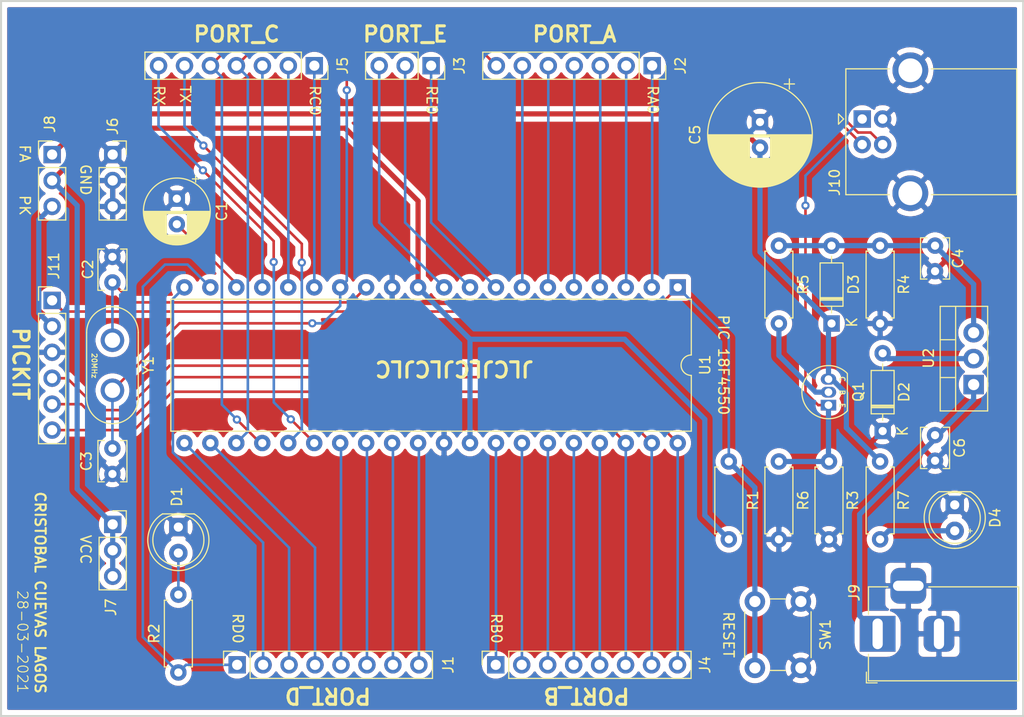
<source format=kicad_pcb>
(kicad_pcb (version 20211014) (generator pcbnew)
  (layers (0 "F.Cu" signal) (31 "B.Cu" signal) (34 "B.Paste" user) (35 "F.Paste" user) (36 "B.SilkS" user "B.Silkscreen") (37 "F.SilkS" user "F.Silkscreen") (38 "B.Mask" user) (39 "F.Mask" user) (44 "Edge.Cuts" user))
  (net 0 "")
  (net 1 "GND")
  (net 2 "Net-(C1-Pad2)")
  (net 3 "/OS1")
  (net 4 "Net-(C4-Pad1)")
  (net 5 "/VC")
  (net 6 "Net-(D1-Pad2)")
  (net 7 "Net-(D2-Pad2)")
  (net 8 "Net-(D4-Pad2)")
  (net 9 "/RD0")
  (net 10 "/RD1")
  (net 11 "/RD2")
  (net 12 "/RD3")
  (net 13 "/RD4")
  (net 14 "/RD5")
  (net 15 "/RD6")
  (net 16 "/RD7")
  (net 17 "/OS2")
  (net 18 "/RA5")
  (net 19 "/RA4")
  (net 20 "/RA3")
  (net 21 "/RA2")
  (net 22 "/RA1")
  (net 23 "/RA0")
  (net 24 "/RE2")
  (net 25 "/RE1")
  (net 26 "/RE0")
  (net 27 "/RB7")
  (net 28 "/RB6")
  (net 29 "/RB5")
  (net 30 "/RB4")
  (net 31 "/RB3")
  (net 32 "/RB2")
  (net 33 "/RB1")
  (net 34 "/RB0")
  (net 35 "/RC0")
  (net 36 "/RC1")
  (net 37 "/RC2")
  (net 38 "/RC4")
  (net 39 "/RC5")
  (net 40 "/RC6")
  (net 41 "/RC7")
  (net 42 "VCC")
  (net 43 "/V+")
  (net 44 "/VUSB")
  (net 45 "/MCLR")
  (net 46 "Net-(Q1-Pad2)")
  (net 47 "Net-(C6-Pad1)")
  (footprint "Capacitor_THT:C_Disc_D3.8mm_W2.6mm_P2.50mm" (layer "F.Cu") (at 190.8 105.775 -90)
    (fp_text reference "C6" (at 1.25 -2.4 90) (layer "F.SilkS"))
    (fp_text value "330n")
    (pad "1" thru_hole circle (at 0 0 270) (size 1.6 1.6) (drill 0.8) (layers *.Cu *.Mask) (net 47 "Net-(C6-Pad1)"))
    (pad "2" thru_hole circle (at 2.5 0 270) (size 1.6 1.6) (drill 0.8) (layers *.Cu *.Mask) (net 1 "GND"))
  )
  (footprint "Connector_PinHeader_2.54mm:PinHeader_1x06_P2.54mm_Vertical" (layer "F.Cu") (at 104.425 92.5825)
    (fp_text reference "J11" (at 0.175 -3.3825 270) (layer "F.SilkS"))
    (fp_text value "PICKIT")
    (pad "1" thru_hole rect (at 0 0) (size 1.7 1.7) (drill 1) (layers *.Cu *.Mask) (net 45 "/MCLR"))
    (pad "2" thru_hole oval (at 0 2.54) (size 1.7 1.7) (drill 1) (layers *.Cu *.Mask) (net 43 "/V+"))
    (pad "3" thru_hole oval (at 0 5.08) (size 1.7 1.7) (drill 1) (layers *.Cu *.Mask) (net 1 "GND"))
    (pad "4" thru_hole oval (at 0 7.62) (size 1.7 1.7) (drill 1) (layers *.Cu *.Mask) (net 27 "/RB7"))
    (pad "5" thru_hole oval (at 0 10.16) (size 1.7 1.7) (drill 1) (layers *.Cu *.Mask) (net 28 "/RB6"))
    (pad "6" thru_hole oval (at 0 12.7) (size 1.7 1.7) (drill 1) (layers *.Cu *.Mask) (net 29 "/RB5"))
  )
  (footprint "Capacitor_THT:CP_Radial_D6.3mm_P2.50mm" (layer "F.Cu") (at 116.625 82.625 -90)
    (fp_text reference "C1" (at 1.25 -4.4 90) (layer "F.SilkS"))
    (fp_text value "47u")
    (pad "1" thru_hole rect (at 0 0 270) (size 1.6 1.6) (drill 0.8) (layers *.Cu *.Mask) (net 1 "GND"))
    (pad "2" thru_hole circle (at 2.5 0 270) (size 1.6 1.6) (drill 0.8) (layers *.Cu *.Mask) (net 2 "Net-(C1-Pad2)"))
  )
  (footprint "Capacitor_THT:C_Disc_D3.8mm_W2.6mm_P2.50mm" (layer "F.Cu") (at 110.325 90.825 90)
    (fp_text reference "C2" (at 1.275 -2.4 90) (layer "F.SilkS"))
    (fp_text value "15p")
    (pad "1" thru_hole circle (at 0 0 90) (size 1.6 1.6) (drill 0.8) (layers *.Cu *.Mask) (net 3 "/OS1"))
    (pad "2" thru_hole circle (at 2.5 0 90) (size 1.6 1.6) (drill 0.8) (layers *.Cu *.Mask) (net 1 "GND"))
  )
  (footprint "Capacitor_THT:C_Disc_D3.8mm_W2.6mm_P2.50mm" (layer "F.Cu") (at 110.325 107.075 -90)
    (fp_text reference "C3" (at 1.25 2.55 90) (layer "F.SilkS"))
    (fp_text value "15p")
    (pad "1" thru_hole circle (at 0 0 270) (size 1.6 1.6) (drill 0.8) (layers *.Cu *.Mask) (net 17 "/OS2"))
    (pad "2" thru_hole circle (at 2.5 0 270) (size 1.6 1.6) (drill 0.8) (layers *.Cu *.Mask) (net 1 "GND"))
  )
  (footprint "Capacitor_THT:C_Disc_D3.8mm_W2.6mm_P2.50mm" (layer "F.Cu") (at 190.8 87.225 -90)
    (fp_text reference "C4" (at 1.25 -2.25 90) (layer "F.SilkS"))
    (fp_text value "100n")
    (pad "1" thru_hole circle (at 0 0 270) (size 1.6 1.6) (drill 0.8) (layers *.Cu *.Mask) (net 4 "Net-(C4-Pad1)"))
    (pad "2" thru_hole circle (at 2.5 0 270) (size 1.6 1.6) (drill 0.8) (layers *.Cu *.Mask) (net 1 "GND"))
  )
  (footprint "Capacitor_THT:CP_Radial_D10.0mm_P2.50mm" (layer "F.Cu") (at 173.675 75.125 -90)
    (fp_text reference "C5" (at 1.25 6.35 90) (layer "F.SilkS"))
    (fp_text value "220u")
    (pad "1" thru_hole rect (at 0 0 270) (size 1.6 1.6) (drill 0.8) (layers *.Cu *.Mask) (net 1 "GND"))
    (pad "2" thru_hole circle (at 2.5 0 270) (size 1.6 1.6) (drill 0.8) (layers *.Cu *.Mask) (net 5 "/VC"))
  )
  (footprint "LED_THT:LED_D5.0mm" (layer "F.Cu") (at 116.775 114.775 -90)
    (fp_text reference "D1" (at -2.975 0.15 90) (layer "F.SilkS"))
    (fp_text value "LED")
    (pad "1" thru_hole rect (at 0 0 270) (size 1.8 1.8) (drill 0.9) (layers *.Cu *.Mask) (net 1 "GND"))
    (pad "2" thru_hole circle (at 2.54 0 270) (size 1.8 1.8) (drill 0.9) (layers *.Cu *.Mask) (net 6 "Net-(D1-Pad2)"))
  )
  (footprint "Diode_THT:D_DO-35_SOD27_P7.62mm_Horizontal" (layer "F.Cu") (at 185.675 105.375 90)
    (fp_text reference "D2" (at 3.81 2.1 90) (layer "F.SilkS"))
    (fp_text value "1N4148")
    (fp_text user "K" (at 0 1.95 90) (layer "F.SilkS"))
    (pad "1" thru_hole rect (at 0 0 90) (size 1.6 1.6) (drill 0.8) (layers *.Cu *.Mask) (net 1 "GND"))
    (pad "2" thru_hole oval (at 7.62 0 90) (size 1.6 1.6) (drill 0.8) (layers *.Cu *.Mask) (net 7 "Net-(D2-Pad2)"))
  )
  (footprint "LED_THT:LED_D5.0mm" (layer "F.Cu") (at 192.725 112.6 -90)
    (fp_text reference "D4" (at 1.27 -3.96 90) (layer "F.SilkS"))
    (fp_text value "LED")
    (pad "1" thru_hole rect (at 0 0 270) (size 1.8 1.8) (drill 0.9) (layers *.Cu *.Mask) (net 1 "GND"))
    (pad "2" thru_hole circle (at 2.54 0 270) (size 1.8 1.8) (drill 0.9) (layers *.Cu *.Mask) (net 8 "Net-(D4-Pad2)"))
  )
  (footprint "Connector_PinSocket_2.54mm:PinSocket_1x03_P2.54mm_Vertical" (layer "F.Cu") (at 110.35 78.30625)
    (fp_text reference "J6" (at 0 -2.77 270) (layer "F.SilkS"))
    (fp_text value "GND")
    (pad "1" thru_hole rect (at 0 0) (size 1.7 1.7) (drill 1) (layers *.Cu *.Mask) (net 1 "GND"))
    (pad "2" thru_hole oval (at 0 2.54) (size 1.7 1.7) (drill 1) (layers *.Cu *.Mask) (net 1 "GND"))
    (pad "3" thru_hole oval (at 0 5.08) (size 1.7 1.7) (drill 1) (layers *.Cu *.Mask) (net 1 "GND"))
  )
  (footprint "Connector_PinSocket_2.54mm:PinSocket_1x03_P2.54mm_Vertical" (layer "F.Cu") (at 110.35 114.50875)
    (fp_text reference "J7" (at -0.175 8.11625 270) (layer "F.SilkS"))
    (fp_text value "VOL")
    (pad "1" thru_hole rect (at 0 0) (size 1.7 1.7) (drill 1) (layers *.Cu *.Mask) (net 42 "VCC"))
    (pad "2" thru_hole oval (at 0 2.54) (size 1.7 1.7) (drill 1) (layers *.Cu *.Mask) (net 42 "VCC"))
    (pad "3" thru_hole oval (at 0 5.08) (size 1.7 1.7) (drill 1) (layers *.Cu *.Mask) (net 42 "VCC"))
  )
  (footprint "Connector_PinHeader_2.54mm:PinHeader_1x03_P2.54mm_Vertical" (layer "F.Cu") (at 104.425 78.30625)
    (fp_text reference "J8" (at -0.225 -2.98125 270) (layer "F.SilkS"))
    (fp_text value "VOLT")
    (pad "1" thru_hole rect (at 0 0) (size 1.7 1.7) (drill 1) (layers *.Cu *.Mask) (net 5 "/VC"))
    (pad "2" thru_hole oval (at 0 2.54) (size 1.7 1.7) (drill 1) (layers *.Cu *.Mask) (net 42 "VCC"))
    (pad "3" thru_hole oval (at 0 5.08) (size 1.7 1.7) (drill 1) (layers *.Cu *.Mask) (net 43 "/V+"))
  )
  (footprint "Connector_BarrelJack:BarrelJack_Horizontal" (layer "F.Cu") (at 185.185 125.225 180)
    (fp_text reference "J9" (at 2.285 4.025 270) (layer "F.SilkS"))
    (fp_text value "JACK")
    (pad "1" thru_hole rect (at 0 0 180) (size 3.5 3.5) (drill oval 1 3) (layers *.Cu *.Mask) (net 47 "Net-(C6-Pad1)"))
    (pad "2" thru_hole roundrect (at -6 0 180) (size 3 3.5) (drill oval 1 3) (layers *.Cu *.Mask) (net 1 "GND"))
    (pad "3" thru_hole roundrect (at -3 4.7 180) (size 3.5 3.5) (drill oval 3 1) (layers *.Cu *.Mask) (net 1 "GND"))
  )
  (footprint "Connector_USB:USB_B_OST_USB-B1HSxx_Horizontal" (layer "F.Cu") (at 183.675 74.825)
    (fp_text reference "J10" (at -2.7 6.2 270) (layer "F.SilkS"))
    (fp_text value "USB_B")
    (pad "1" thru_hole rect (at 0 0) (size 1.7 1.7) (drill 0.92) (layers *.Cu *.Mask) (net 44 "/VUSB"))
    (pad "2" thru_hole circle (at 0 2.5) (size 1.7 1.7) (drill 0.92) (layers *.Cu *.Mask) (net 38 "/RC4"))
    (pad "3" thru_hole circle (at 2 2.5) (size 1.7 1.7) (drill 0.92) (layers *.Cu *.Mask) (net 39 "/RC5"))
    (pad "4" thru_hole circle (at 2 0) (size 1.7 1.7) (drill 0.92) (layers *.Cu *.Mask) (net 1 "GND"))
    (pad "5" thru_hole circle (at 4.71 7.27) (size 3.5 3.5) (drill 2.33) (layers *.Cu *.Mask) (net 1 "GND"))
    (pad "5" thru_hole circle (at 4.71 -4.77) (size 3.5 3.5) (drill 2.33) (layers *.Cu *.Mask) (net 1 "GND"))
  )
  (footprint "Package_TO_SOT_THT:TO-92_Inline" (layer "F.Cu") (at 180.375 102.835 90)
    (fp_text reference "Q1" (at 1.31 2.925 90) (layer "F.SilkS"))
    (fp_text value "2N3906")
    (pad "1" thru_hole rect (at 0 0 90) (size 1.05 1.5) (drill 0.75) (layers *.Cu *.Mask) (net 44 "/VUSB"))
    (pad "2" thru_hole oval (at 1.27 0 90) (size 1.05 1.5) (drill 0.75) (layers *.Cu *.Mask) (net 46 "Net-(Q1-Pad2)"))
    (pad "3" thru_hole oval (at 2.54 0 90) (size 1.05 1.5) (drill 0.75) (layers *.Cu *.Mask) (net 5 "/VC"))
  )
  (footprint "Resistor_THT:R_Axial_DIN0207_L6.3mm_D2.5mm_P7.62mm_Horizontal" (layer "F.Cu") (at 170.625 115.975 90)
    (fp_text reference "R1" (at 3.81 2.35 90) (layer "F.SilkS"))
    (fp_text value "10k")
    (pad "1" thru_hole circle (at 0 0 90) (size 1.6 1.6) (drill 0.8) (layers *.Cu *.Mask) (net 42 "VCC"))
    (pad "2" thru_hole oval (at 7.62 0 90) (size 1.6 1.6) (drill 0.8) (layers *.Cu *.Mask) (net 45 "/MCLR"))
  )
  (footprint "Resistor_THT:R_Axial_DIN0207_L6.3mm_D2.5mm_P7.62mm_Horizontal" (layer "F.Cu") (at 116.775 129.01 90)
    (fp_text reference "R2" (at 3.81 -2.37 90) (layer "F.SilkS"))
    (fp_text value "330")
    (pad "1" thru_hole circle (at 0 0 90) (size 1.6 1.6) (drill 0.8) (layers *.Cu *.Mask) (net 9 "/RD0"))
    (pad "2" thru_hole oval (at 7.62 0 90) (size 1.6 1.6) (drill 0.8) (layers *.Cu *.Mask) (net 6 "Net-(D1-Pad2)"))
  )
  (footprint "Resistor_THT:R_Axial_DIN0207_L6.3mm_D2.5mm_P7.62mm_Horizontal" (layer "F.Cu") (at 180.425 115.975 90)
    (fp_text reference "R3" (at 3.81 2.325 90) (layer "F.SilkS"))
    (fp_text value "10k")
    (pad "1" thru_hole circle (at 0 0 90) (size 1.6 1.6) (drill 0.8) (layers *.Cu *.Mask) (net 1 "GND"))
    (pad "2" thru_hole oval (at 7.62 0 90) (size 1.6 1.6) (drill 0.8) (layers *.Cu *.Mask) (net 44 "/VUSB"))
  )
  (footprint "Resistor_THT:R_Axial_DIN0207_L6.3mm_D2.5mm_P7.62mm_Horizontal" (layer "F.Cu") (at 185.425 87.225 -90)
    (fp_text reference "R4" (at 3.8 -2.325 90) (layer "F.SilkS"))
    (fp_text value "5.6k")
    (pad "1" thru_hole circle (at 0 0 270) (size 1.6 1.6) (drill 0.8) (layers *.Cu *.Mask) (net 4 "Net-(C4-Pad1)"))
    (pad "2" thru_hole oval (at 7.62 0 270) (size 1.6 1.6) (drill 0.8) (layers *.Cu *.Mask) (net 1 "GND"))
  )
  (footprint "Resistor_THT:R_Axial_DIN0207_L6.3mm_D2.5mm_P7.62mm_Horizontal" (layer "F.Cu") (at 175.525 108.355 -90)
    (fp_text reference "R6" (at 3.81 -2.37 90) (layer "F.SilkS"))
    (fp_text value "10k")
    (pad "1" thru_hole circle (at 0 0 270) (size 1.6 1.6) (drill 0.8) (layers *.Cu *.Mask) (net 44 "/VUSB"))
    (pad "2" thru_hole oval (at 7.62 0 270) (size 1.6 1.6) (drill 0.8) (layers *.Cu *.Mask) (net 1 "GND"))
  )
  (footprint "Resistor_THT:R_Axial_DIN0207_L6.3mm_D2.5mm_P7.62mm_Horizontal" (layer "F.Cu") (at 185.425 115.975 90)
    (fp_text reference "R7" (at 3.81 2.3 90) (layer "F.SilkS"))
    (fp_text value "470")
    (pad "1" thru_hole circle (at 0 0 90) (size 1.6 1.6) (drill 0.8) (layers *.Cu *.Mask) (net 8 "Net-(D4-Pad2)"))
    (pad "2" thru_hole oval (at 7.62 0 90) (size 1.6 1.6) (drill 0.8) (layers *.Cu *.Mask) (net 5 "/VC"))
  )
  (footprint "Button_Switch_THT:SW_PUSH_6mm" (layer "F.Cu") (at 177.675 122.06 -90)
    (fp_text reference "SW1" (at 3.25 -2.4 90) (layer "F.SilkS"))
    (fp_text value "SW")
    (pad "1" thru_hole circle (at 0 0) (size 2 2) (drill 1.1) (layers *.Cu *.Mask) (net 1 "GND"))
    (pad "1" thru_hole circle (at 6.5 0) (size 2 2) (drill 1.1) (layers *.Cu *.Mask) (net 1 "GND"))
    (pad "2" thru_hole circle (at 0 4.5) (size 2 2) (drill 1.1) (layers *.Cu *.Mask) (net 45 "/MCLR"))
    (pad "2" thru_hole circle (at 6.5 4.5) (size 2 2) (drill 1.1) (layers *.Cu *.Mask) (net 45 "/MCLR"))
  )
  (footprint "Package_DIP:DIP-40_W15.24mm" (layer "F.Cu") (at 165.625 91.3075 -90)
    (fp_text reference "U1" (at 7.595 -2.68 90) (layer "F.SilkS"))
    (fp_text value "PIC18F4550-IP")
    (pad "1" thru_hole rect (at 0 0 270) (size 1.6 1.6) (drill 0.8) (layers *.Cu *.Mask) (net 45 "/MCLR"))
    (pad "2" thru_hole oval (at 0 2.54 270) (size 1.6 1.6) (drill 0.8) (layers *.Cu *.Mask) (net 23 "/RA0"))
    (pad "3" thru_hole oval (at 0 5.08 270) (size 1.6 1.6) (drill 0.8) (layers *.Cu *.Mask) (net 22 "/RA1"))
    (pad "4" thru_hole oval (at 0 7.62 270) (size 1.6 1.6) (drill 0.8) (layers *.Cu *.Mask) (net 21 "/RA2"))
    (pad "5" thru_hole oval (at 0 10.16 270) (size 1.6 1.6) (drill 0.8) (layers *.Cu *.Mask) (net 20 "/RA3"))
    (pad "6" thru_hole oval (at 0 12.7 270) (size 1.6 1.6) (drill 0.8) (layers *.Cu *.Mask) (net 19 "/RA4"))
    (pad "7" thru_hole oval (at 0 15.24 270) (size 1.6 1.6) (drill 0.8) (layers *.Cu *.Mask) (net 18 "/RA5"))
    (pad "8" thru_hole oval (at 0 17.78 270) (size 1.6 1.6) (drill 0.8) (layers *.Cu *.Mask) (net 26 "/RE0"))
    (pad "9" thru_hole oval (at 0 20.32 270) (size 1.6 1.6) (drill 0.8) (layers *.Cu *.Mask) (net 25 "/RE1"))
    (pad "10" thru_hole oval (at 0 22.86 270) (size 1.6 1.6) (drill 0.8) (layers *.Cu *.Mask) (net 24 "/RE2"))
    (pad "11" thru_hole oval (at 0 25.4 270) (size 1.6 1.6) (drill 0.8) (layers *.Cu *.Mask) (net 42 "VCC"))
    (pad "12" thru_hole oval (at 0 27.94 270) (size 1.6 1.6) (drill 0.8) (layers *.Cu *.Mask) (net 1 "GND"))
    (pad "13" thru_hole oval (at 0 30.48 270) (size 1.6 1.6) (drill 0.8) (layers *.Cu *.Mask) (net 3 "/OS1"))
    (pad "14" thru_hole oval (at 0 33.02 270) (size 1.6 1.6) (drill 0.8) (layers *.Cu *.Mask) (net 17 "/OS2"))
    (pad "15" thru_hole oval (at 0 35.56 270) (size 1.6 1.6) (drill 0.8) (layers *.Cu *.Mask) (net 35 "/RC0"))
    (pad "16" thru_hole oval (at 0 38.1 270) (size 1.6 1.6) (drill 0.8) (layers *.Cu *.Mask) (net 36 "/RC1"))
    (pad "17" thru_hole oval (at 0 40.64 270) (size 1.6 1.6) (drill 0.8) (layers *.Cu *.Mask) (net 37 "/RC2"))
    (pad "18" thru_hole oval (at 0 43.18 270) (size 1.6 1.6) (drill 0.8) (layers *.Cu *.Mask) (net 2 "Net-(C1-Pad2)"))
    (pad "19" thru_hole oval (at 0 45.72 270) (size 1.6 1.6) (drill 0.8) (layers *.Cu *.Mask) (net 9 "/RD0"))
    (pad "20" thru_hole oval (at 0 48.26 270) (size 1.6 1.6) (drill 0.8) (layers *.Cu *.Mask) (net 10 "/RD1"))
    (pad "21" thru_hole oval (at 15.24 48.26 270) (size 1.6 1.6) (drill 0.8) (layers *.Cu *.Mask) (net 11 "/RD2"))
    (pad "22" thru_hole oval (at 15.24 45.72 270) (size 1.6 1.6) (drill 0.8) (layers *.Cu *.Mask) (net 12 "/RD3"))
    (pad "23" thru_hole oval (at 15.24 43.18 270) (size 1.6 1.6) (drill 0.8) (layers *.Cu *.Mask) (net 38 "/RC4"))
    (pad "24" thru_hole oval (at 15.24 40.64 270) (size 1.6 1.6) (drill 0.8) (layers *.Cu *.Mask) (net 39 "/RC5"))
    (pad "25" thru_hole oval (at 15.24 38.1 270) (size 1.6 1.6) (drill 0.8) (layers *.Cu *.Mask) (net 40 "/RC6"))
    (pad "26" thru_hole oval (at 15.24 35.56 270) (size 1.6 1.6) (drill 0.8) (layers *.Cu *.Mask) (net 41 "/RC7"))
    (pad "27" thru_hole oval (at 15.24 33.02 270) (size 1.6 1.6) (drill 0.8) (layers *.Cu *.Mask) (net 13 "/RD4"))
    (pad "28" thru_hole oval (at 15.24 30.48 270) (size 1.6 1.6) (drill 0.8) (layers *.Cu *.Mask) (net 14 "/RD5"))
    (pad "29" thru_hole oval (at 15.24 27.94 270) (size 1.6 1.6) (drill 0.8) (layers *.Cu *.Mask) (net 15 "/RD6"))
    (pad "30" thru_hole oval (at 15.24 25.4 270) (size 1.6 1.6) (drill 0.8) (layers *.Cu *.Mask) (net 16 "/RD7"))
    (pad "31" thru_hole oval (at 15.24 22.86 270) (size 1.6 1.6) (drill 0.8) (layers *.Cu *.Mask) (net 1 "GND"))
    (pad "32" thru_hole oval (at 15.24 20.32 270) (size 1.6 1.6) (drill 0.8) (layers *.Cu *.Mask) (net 42 "VCC"))
    (pad "33" thru_hole oval (at 15.24 17.78 270) (size 1.6 1.6) (drill 0.8) (layers *.Cu *.Mask) (net 34 "/RB0"))
    (pad "34" thru_hole oval (at 15.24 15.24 270) (size 1.6 1.6) (drill 0.8) (layers *.Cu *.Mask) (net 33 "/RB1"))
    (pad "35" thru_hole oval (at 15.24 12.7 270) (size 1.6 1.6) (drill 0.8) (layers *.Cu *.Mask) (net 32 "/RB2"))
    (pad "36" thru_hole oval (at 15.24 10.16 270) (size 1.6 1.6) (drill 0.8) (layers *.Cu *.Mask) (net 31 "/RB3"))
    (pad "37" thru_hole oval (at 15.24 7.62 270) (size 1.6 1.6) (drill 0.8) (layers *.Cu *.Mask) (net 30 "/RB4"))
    (pad "38" thru_hole oval (at 15.24 5.08 270) (size 1.6 1.6) (drill 0.8) (layers *.Cu *.Mask) (net 29 "/RB5"))
    (pad "39" thru_hole oval (at 15.24 2.54 270) (size 1.6 1.6) (drill 0.8) (layers *.Cu *.Mask) (net 28 "/RB6"))
    (pad "40" thru_hole oval (at 15.24 0 270) (size 1.6 1.6) (drill 0.8) (layers *.Cu *.Mask) (net 27 "/RB7"))
  )
  (footprint "Package_TO_SOT_THT:TO-220-3_Vertical" (layer "F.Cu") (at 194.575 100.825 90)
    (fp_text reference "U2" (at 2.58 -4.4 90) (layer "F.SilkS"))
    (fp_text value "L7805")
    (pad "1" thru_hole rect (at 0 0 90) (size 1.905 2) (drill 1.1) (layers *.Cu *.Mask) (net 47 "Net-(C6-Pad1)"))
    (pad "2" thru_hole oval (at 2.54 0 90) (size 1.905 2) (drill 1.1) (layers *.Cu *.Mask) (net 7 "Net-(D2-Pad2)"))
    (pad "3" thru_hole oval (at 5.08 0 90) (size 1.905 2) (drill 1.1) (layers *.Cu *.Mask) (net 4 "Net-(C4-Pad1)"))
  )
  (footprint "Crystal:Crystal_HC50_Vertical" (layer "F.Cu") (at 110.325 96.4825 -90)
    (fp_text reference "Y1" (at 2.45 -3.525 90) (layer "F.SilkS"))
    (fp_text value "20MHz")
    (pad "1" thru_hole circle (at 0 0 270) (size 2.3 2.3) (drill 1.5) (layers *.Cu *.Mask) (net 3 "/OS1"))
    (pad "2" thru_hole circle (at 4.9 0 270) (size 2.3 2.3) (drill 1.5) (layers *.Cu *.Mask) (net 17 "/OS2"))
  )
  (footprint "Resistor_THT:R_Axial_DIN0207_L6.3mm_D2.5mm_P7.62mm_Horizontal" (layer "F.Cu") (at 175.525 94.845 90)
    (fp_text reference "R5" (at 3.81 2.38 90) (layer "F.SilkS"))
    (fp_text value "5.6k")
    (pad "1" thru_hole circle (at 0 0 90) (size 1.6 1.6) (drill 0.8) (layers *.Cu *.Mask) (net 46 "Net-(Q1-Pad2)"))
    (pad "2" thru_hole oval (at 7.62 0 90) (size 1.6 1.6) (drill 0.8) (layers *.Cu *.Mask) (net 4 "Net-(C4-Pad1)"))
  )
  (footprint "Diode_THT:D_DO-35_SOD27_P7.62mm_Horizontal" (layer "F.Cu") (at 180.675 94.845 90)
    (fp_text reference "D3" (at 3.82 2.15 90) (layer "F.SilkS"))
    (fp_text value "1N4148")
    (fp_text user "K" (at 0.12 2 90) (layer "F.SilkS"))
    (pad "1" thru_hole rect (at 0 0 90) (size 1.6 1.6) (drill 0.8) (layers *.Cu *.Mask) (net 5 "/VC"))
    (pad "2" thru_hole oval (at 7.62 0 90) (size 1.6 1.6) (drill 0.8) (layers *.Cu *.Mask) (net 4 "Net-(C4-Pad1)"))
  )
  (footprint "Connector_PinSocket_2.54mm:PinSocket_1x08_P2.54mm_Vertical" (layer "F.Cu") (at 122.525 128.26 90)
    (fp_text reference "J1" (at 0 20.65 90) (layer "F.SilkS"))
    (fp_text value "PORT_D")
    (pad "1" thru_hole rect (at 0 0 90) (size 1.7 1.7) (drill 1) (layers *.Cu *.Mask) (net 9 "/RD0"))
    (pad "2" thru_hole oval (at 0 2.54 90) (size 1.7 1.7) (drill 1) (layers *.Cu *.Mask) (net 10 "/RD1"))
    (pad "3" thru_hole oval (at 0 5.08 90) (size 1.7 1.7) (drill 1) (layers *.Cu *.Mask) (net 11 "/RD2"))
    (pad "4" thru_hole oval (at 0 7.62 90) (size 1.7 1.7) (drill 1) (layers *.Cu *.Mask) (net 12 "/RD3"))
    (pad "5" thru_hole oval (at 0 10.16 90) (size 1.7 1.7) (drill 1) (layers *.Cu *.Mask) (net 13 "/RD4"))
    (pad "6" thru_hole oval (at 0 12.7 90) (size 1.7 1.7) (drill 1) (layers *.Cu *.Mask) (net 14 "/RD5"))
    (pad "7" thru_hole oval (at 0 15.24 90) (size 1.7 1.7) (drill 1) (layers *.Cu *.Mask) (net 15 "/RD6"))
    (pad "8" thru_hole oval (at 0 17.78 90) (size 1.7 1.7) (drill 1) (layers *.Cu *.Mask) (net 16 "/RD7"))
  )
  (footprint "Connector_PinSocket_2.54mm:PinSocket_1x07_P2.54mm_Vertical" (layer "F.Cu") (at 163.125 69.605 -90)
    (fp_text reference "J2" (at 0 -2.77 90) (layer "F.SilkS"))
    (fp_text value "PORT_A")
    (pad "1" thru_hole rect (at 0 0 270) (size 1.7 1.7) (drill 1) (layers *.Cu *.Mask) (net 23 "/RA0"))
    (pad "2" thru_hole oval (at 0 2.54 270) (size 1.7 1.7) (drill 1) (layers *.Cu *.Mask) (net 22 "/RA1"))
    (pad "3" thru_hole oval (at 0 5.08 270) (size 1.7 1.7) (drill 1) (layers *.Cu *.Mask) (net 21 "/RA2"))
    (pad "4" thru_hole oval (at 0 7.62 270) (size 1.7 1.7) (drill 1) (layers *.Cu *.Mask) (net 20 "/RA3"))
    (pad "5" thru_hole oval (at 0 10.16 270) (size 1.7 1.7) (drill 1) (layers *.Cu *.Mask) (net 19 "/RA4"))
    (pad "6" thru_hole oval (at 0 12.7 270) (size 1.7 1.7) (drill 1) (layers *.Cu *.Mask) (net 18 "/RA5"))
    (pad "7" thru_hole oval (at 0 15.24 270) (size 1.7 1.7) (drill 1) (layers *.Cu *.Mask) (net 17 "/OS2"))
  )
  (footprint "Connector_PinSocket_2.54mm:PinSocket_1x03_P2.54mm_Vertical" (layer "F.Cu") (at 141.5 69.605 -90)
    (fp_text reference "J3" (at 0 -2.77 90) (layer "F.SilkS"))
    (fp_text value "PORT_E")
    (pad "1" thru_hole rect (at 0 0 270) (size 1.7 1.7) (drill 1) (layers *.Cu *.Mask) (net 26 "/RE0"))
    (pad "2" thru_hole oval (at 0 2.54 270) (size 1.7 1.7) (drill 1) (layers *.Cu *.Mask) (net 25 "/RE1"))
    (pad "3" thru_hole oval (at 0 5.08 270) (size 1.7 1.7) (drill 1) (layers *.Cu *.Mask) (net 24 "/RE2"))
  )
  (footprint "Connector_PinSocket_2.54mm:PinSocket_1x08_P2.54mm_Vertical" (layer "F.Cu") (at 147.825 128.26 90)
    (fp_text reference "J4" (at 0 20.475 90) (layer "F.SilkS"))
    (fp_text value "PORT_B")
    (pad "1" thru_hole rect (at 0 0 90) (size 1.7 1.7) (drill 1) (layers *.Cu *.Mask) (net 34 "/RB0"))
    (pad "2" thru_hole oval (at 0 2.54 90) (size 1.7 1.7) (drill 1) (layers *.Cu *.Mask) (net 33 "/RB1"))
    (pad "3" thru_hole oval (at 0 5.08 90) (size 1.7 1.7) (drill 1) (layers *.Cu *.Mask) (net 32 "/RB2"))
    (pad "4" thru_hole oval (at 0 7.62 90) (size 1.7 1.7) (drill 1) (layers *.Cu *.Mask) (net 31 "/RB3"))
    (pad "5" thru_hole oval (at 0 10.16 90) (size 1.7 1.7) (drill 1) (layers *.Cu *.Mask) (net 30 "/RB4"))
    (pad "6" thru_hole oval (at 0 12.7 90) (size 1.7 1.7) (drill 1) (layers *.Cu *.Mask) (net 29 "/RB5"))
    (pad "7" thru_hole oval (at 0 15.24 90) (size 1.7 1.7) (drill 1) (layers *.Cu *.Mask) (net 28 "/RB6"))
    (pad "8" thru_hole oval (at 0 17.78 90) (size 1.7 1.7) (drill 1) (layers *.Cu *.Mask) (net 27 "/RB7"))
  )
  (footprint "Connector_PinSocket_2.54mm:PinSocket_1x07_P2.54mm_Vertical" (layer "F.Cu") (at 130.075 69.605 -90)
    (fp_text reference "J5" (at 0 -2.77 90) (layer "F.SilkS"))
    (fp_text value "PORT_C")
    (pad "1" thru_hole rect (at 0 0 270) (size 1.7 1.7) (drill 1) (layers *.Cu *.Mask) (net 35 "/RC0"))
    (pad "2" thru_hole oval (at 0 2.54 270) (size 1.7 1.7) (drill 1) (layers *.Cu *.Mask) (net 36 "/RC1"))
    (pad "3" thru_hole oval (at 0 5.08 270) (size 1.7 1.7) (drill 1) (layers *.Cu *.Mask) (net 37 "/RC2"))
    (pad "4" thru_hole oval (at 0 7.62 270) (size 1.7 1.7) (drill 1) (layers *.Cu *.Mask) (net 38 "/RC4"))
    (pad "5" thru_hole oval (at 0 10.16 270) (size 1.7 1.7) (drill 1) (layers *.Cu *.Mask) (net 39 "/RC5"))
    (pad "6" thru_hole oval (at 0 12.7 270) (size 1.7 1.7) (drill 1) (layers *.Cu *.Mask) (net 40 "/RC6"))
    (pad "7" thru_hole oval (at 0 15.24 270) (size 1.7 1.7) (drill 1) (layers *.Cu *.Mask) (net 41 "/RC7"))
  )
  (gr_line (start 199.425 133.275) (end 199.425 63.275) (layer "Edge.Cuts") (width 0.2))
  (gr_line (start 199.425 63.275) (end 99.425 63.275) (layer "Edge.Cuts") (width 0.2))
  (gr_line (start 99.425 63.275) (end 99.425 133.275) (layer "Edge.Cuts") (width 0.2))
  (gr_line (start 99.425 133.275) (end 199.425 133.275) (layer "Edge.Cuts") (width 0.2))
  (gr_text "E" (at 181.725 102.875 270) (layer "F.SilkS") (effects (font (size 0.5 0.5) (thickness 0.1))))
  (gr_text "B" (at 181.725 101.6 270) (layer "F.SilkS") (effects (font (size 0.5 0.5) (thickness 0.1))))
  (gr_text "C" (at 181.725 100.275 270) (layer "F.SilkS") (effects (font (size 0.5 0.5) (thickness 0.1))))
  (gr_text "+" (at 194.275 115.15 270) (layer "F.SilkS") (effects (font (size 0.5 0.5) (thickness 0.1))))
  (gr_text "PORT_B" (at 156.7 131.3 180) (layer "F.SilkS") (effects (font (size 1.5 1.5) (thickness 0.3))))
  (gr_text "PORT_D" (at 131.4 131.3 180) (layer "F.SilkS") (effects (font (size 1.5 1.5) (thickness 0.3))))
  (gr_text "PORT_E" (at 138.974999 66.525) (layer "F.SilkS") (effects (font (size 1.5 1.5) (thickness 0.3))))
  (gr_text "PORT_C" (at 122.475 66.525) (layer "F.SilkS") (effects (font (size 1.5 1.5) (thickness 0.3))))
  (gr_text "PICKIT" (at 101.35 98.8 270) (layer "F.SilkS") (effects (font (size 1.5 1.5) (thickness 0.3))))
  (gr_text "TX" (at 117.4425 72.402381 270) (layer "F.SilkS") (effects (font (size 1 1))))
  (gr_text "RX" (at 114.9025 72.521428 270) (layer "F.SilkS") (effects (font (size 1 1))))
  (gr_text "RC0" (at 130.1425 73.021428 270) (layer "F.SilkS") (effects (font (size 1 1))))
  (gr_text "RE0" (at 141.5675 72.973809 270) (layer "F.SilkS") (effects (font (size 1 1))))
  (gr_text "RA0" (at 163.1925 72.95 270) (layer "F.SilkS") (effects (font (size 1 1))))
  (gr_text "RESET" (at 170.6 125.31 270) (layer "F.SilkS") (effects (font (size 1 1))))
  (gr_text "PK" (at 101.75 83.28625 270) (layer "F.SilkS") (effects (font (size 1 1))))
  (gr_text "FA" (at 101.75 78.20625 270) (layer "F.SilkS") (effects (font (size 1 1))))
  (gr_text "PIC 18F4550" (at 170.1 98.9075 270) (layer "F.SilkS") (effects (font (size 1 1))))
  (gr_text "28-03-2021" (at 101.525 126 270) (layer "F.SilkS") (effects (font (size 1 1) (thickness 0.1))))
  (gr_text "CRISTOBAL CUEVAS LAGOS" (at 103.25 121.190476 270) (layer "F.SilkS") (effects (font (size 1 1) (thickness 0.2))))
  (gr_text "RD0" (at 122.5925 124.7 270) (layer "F.SilkS") (effects (font (size 1 1))))
  (gr_text "VCC" (at 107.7 116.975 270) (layer "F.SilkS") (effects (font (size 1 1))))
  (gr_text "GND" (at 107.7 80.775 270) (layer "F.SilkS") (effects (font (size 1 1))))
  (gr_text "20MHz" (at 108.55 98.975 270) (layer "F.SilkS") (effects (font (size 0.5 0.5) (thickness 0.1))))
  (gr_text "JLCJLCJLCJLC" (at 143.775 99.275 180) (layer "F.SilkS") (effects (font (size 1.5 1.5) (thickness 0.3))))
  (gr_text "RB0" (at 147.8925 124.7 270) (layer "F.SilkS") (effects (font (size 1 1))))
  (gr_text "PORT_A" (at 155.525 66.525) (layer "F.SilkS") (effects (font (size 1.5 1.5) (thickness 0.3))))
  (segment (start 122.445 90.945) (end 122.445 91.3075) (width 0.254) (layer "F.Cu") (net 2))
  (segment (start 116.625 85.125) (end 122.445 90.945) (width 0.254) (layer "F.Cu") (net 2))
  (segment (start 112.275 92.775) (end 133.6775 92.775) (width 0.254) (layer "F.Cu") (net 3))
  (segment (start 133.6775 92.775) (end 135.145 91.3075) (width 0.254) (layer "F.Cu") (net 3))
  (segment (start 110.325 90.825) (end 112.275 92.775) (width 0.254) (layer "F.Cu") (net 3))
  (segment (start 110.325 90.825) (end 110.325 96.4825) (width 0.254) (layer "B.Cu") (net 3))
  (segment (start 190.8 87.225) (end 188.215 87.225) (width 0.508) (layer "B.Cu") (net 4))
  (segment (start 194.575 95.745) (end 194.575 91) (width 0.508) (layer "B.Cu") (net 4))
  (segment (start 185.425 87.225) (end 188.215 87.225) (width 0.508) (layer "B.Cu") (net 4))
  (segment (start 185.425 87.225) (end 180.675 87.225) (width 0.508) (layer "B.Cu") (net 4))
  (segment (start 175.525 87.225) (end 180.675 87.225) (width 0.508) (layer "B.Cu") (net 4))
  (segment (start 194.575 91) (end 190.8 87.225) (width 0.508) (layer "B.Cu") (net 4))
  (segment (start 170.375 74.325) (end 173.675 77.625) (width 0.508) (layer "F.Cu") (net 5))
  (segment (start 108.40625 74.325) (end 170.375 74.325) (width 0.508) (layer "F.Cu") (net 5))
  (segment (start 104.425 78.30625) (end 108.40625 74.325) (width 0.508) (layer "F.Cu") (net 5))
  (segment (start 182.125 101.705471) (end 180.714529 100.295) (width 0.508) (layer "B.Cu") (net 5))
  (segment (start 180.375 95.145) (end 180.675 94.845) (width 0.508) (layer "B.Cu") (net 5))
  (segment (start 185.425 108.355) (end 182.125 105.055) (width 0.508) (layer "B.Cu") (net 5))
  (segment (start 180.375 100.295) (end 180.375 95.145) (width 0.508) (layer "B.Cu") (net 5))
  (segment (start 173.675 87.845) (end 180.675 94.845) (width 0.508) (layer "B.Cu") (net 5))
  (segment (start 182.125 105.055) (end 182.125 101.705471) (width 0.508) (layer "B.Cu") (net 5))
  (segment (start 173.675 77.625) (end 173.675 87.845) (width 0.508) (layer "B.Cu") (net 5))
  (segment (start 180.714529 100.295) (end 180.375 100.295) (width 0.508) (layer "B.Cu") (net 5))
  (segment (start 116.775 117.315) (end 116.775 121.39) (width 0.254) (layer "B.Cu") (net 6))
  (segment (start 186.205 98.285) (end 185.675 97.755) (width 0.508) (layer "B.Cu") (net 7))
  (segment (start 194.575 98.285) (end 186.205 98.285) (width 0.508) (layer "B.Cu") (net 7))
  (segment (start 192.725 115.14) (end 186.26 115.14) (width 0.508) (layer "B.Cu") (net 8))
  (segment (start 186.26 115.14) (end 185.425 115.975) (width 0.508) (layer "B.Cu") (net 8))
  (segment (start 115.475 89.075) (end 117.6725 89.075) (width 0.254) (layer "B.Cu") (net 9))
  (segment (start 117.6725 89.075) (end 119.905 91.3075) (width 0.254) (layer "B.Cu") (net 9))
  (segment (start 113.3 125.535) (end 113.3 91.25) (width 0.254) (layer "B.Cu") (net 9))
  (segment (start 122.525 128.26) (end 117.525 128.26) (width 0.254) (layer "B.Cu") (net 9))
  (segment (start 116.775 129.01) (end 113.3 125.535) (width 0.254) (layer "B.Cu") (net 9))
  (segment (start 117.525 128.26) (end 116.775 129.01) (width 0.254) (layer "B.Cu") (net 9))
  (segment (start 113.3 91.25) (end 115.475 89.075) (width 0.254) (layer "B.Cu") (net 9))
  (segment (start 116.237999 107.462999) (end 116.237999 92.434501) (width 0.254) (layer "B.Cu") (net 10))
  (segment (start 125.065 116.29) (end 116.237999 107.462999) (width 0.254) (layer "B.Cu") (net 10))
  (segment (start 116.237999 92.434501) (end 117.365 91.3075) (width 0.254) (layer "B.Cu") (net 10))
  (segment (start 125.065 128.26) (end 125.065 116.29) (width 0.254) (layer "B.Cu") (net 10))
  (segment (start 127.605 128.26) (end 127.605 116.7875) (width 0.254) (layer "B.Cu") (net 11))
  (segment (start 127.605 116.7875) (end 117.365 106.5475) (width 0.254) (layer "B.Cu") (net 11))
  (segment (start 130.145 116.7875) (end 119.905 106.5475) (width 0.254) (layer "B.Cu") (net 12))
  (segment (start 130.145 128.26) (end 130.145 116.7875) (width 0.254) (layer "B.Cu") (net 12))
  (segment (start 132.685 106.6275) (end 132.605 106.5475) (width 0.254) (layer "B.Cu") (net 13))
  (segment (start 132.685 128.26) (end 132.685 106.6275) (width 0.254) (layer "B.Cu") (net 13))
  (segment (start 135.225 106.6275) (end 135.145 106.5475) (width 0.254) (layer "B.Cu") (net 14))
  (segment (start 135.145 128.18) (end 135.225 128.26) (width 0.254) (layer "B.Cu") (net 14))
  (segment (start 135.225 128.26) (end 135.225 106.6275) (width 0.254) (layer "B.Cu") (net 14))
  (segment (start 137.765 128.26) (end 137.765 106.6275) (width 0.254) (layer "B.Cu") (net 15))
  (segment (start 137.765 106.6275) (end 137.685 106.5475) (width 0.254) (layer "B.Cu") (net 15))
  (segment (start 140.305 106.6275) (end 140.225 106.5475) (width 0.254) (layer "B.Cu") (net 16))
  (segment (start 140.305 128.26) (end 140.305 106.6275) (width 0.254) (layer "B.Cu") (net 16))
  (segment (start 145.605 67.325) (end 135.9 67.325) (width 0.254) (layer "F.Cu") (net 17))
  (segment (start 110.325 101.3825) (end 116.8825 94.825) (width 0.254) (layer "F.Cu") (net 17))
  (segment (start 116.8825 94.825) (end 129.875 94.825) (width 0.254) (layer "F.Cu") (net 17))
  (segment (start 135.9 67.325) (end 133.25 69.975) (width 0.254) (layer "F.Cu") (net 17))
  (segment (start 147.885 69.605) (end 145.605 67.325) (width 0.254) (layer "F.Cu") (net 17))
  (segment (start 133.25 69.975) (end 133.25 72) (width 0.254) (layer "F.Cu") (net 17))
  (via (at 129.875 94.825) (size 0.8) (drill 0.4) (layers "F.Cu" "B.Cu") (net 17))
  (via (at 133.25 72) (size 0.8) (drill 0.4) (layers "F.Cu" "B.Cu") (net 17))
  (segment (start 132.605 93.12) (end 130.9 94.825) (width 0.254) (layer "B.Cu") (net 17))
  (segment (start 130.9 94.825) (end 129.875 94.825) (width 0.254) (layer "B.Cu") (net 17))
  (segment (start 132.605 91.3075) (end 132.605 93.12) (width 0.254) (layer "B.Cu") (net 17))
  (segment (start 133.25 90.6625) (end 132.605 91.3075) (width 0.254) (layer "B.Cu") (net 17))
  (segment (start 110.325 101.3825) (end 110.325 107.075) (width 0.254) (layer "B.Cu") (net 17))
  (segment (start 133.25 72) (end 133.25 90.6625) (width 0.254) (layer "B.Cu") (net 17))
  (segment (start 150.425 91.2675) (end 150.385 91.3075) (width 0.254) (layer "B.Cu") (net 18))
  (segment (start 150.425 69.605) (end 150.425 91.2675) (width 0.254) (layer "B.Cu") (net 18))
  (segment (start 152.965 69.605) (end 152.965 91.2675) (width 0.254) (layer "B.Cu") (net 19))
  (segment (start 152.965 91.2675) (end 152.925 91.3075) (width 0.254) (layer "B.Cu") (net 19))
  (segment (start 155.505 69.605) (end 155.505 91.2675) (width 0.254) (layer "B.Cu") (net 20))
  (segment (start 155.505 91.2675) (end 155.465 91.3075) (width 0.254) (layer "B.Cu") (net 20))
  (segment (start 158.045 69.605) (end 158.045 91.2675) (width 0.254) (layer "B.Cu") (net 21))
  (segment (start 158.045 91.2675) (end 158.005 91.3075) (width 0.254) (layer "B.Cu") (net 21))
  (segment (start 160.585 69.605) (end 160.585 91.2675) (width 0.254) (layer "B.Cu") (net 22))
  (segment (start 160.585 91.2675) (end 160.545 91.3075) (width 0.254) (layer "B.Cu") (net 22))
  (segment (start 163.125 69.605) (end 163.125 91.2675) (width 0.254) (layer "B.Cu") (net 23))
  (segment (start 163.125 91.2675) (end 163.085 91.3075) (width 0.254) (layer "B.Cu") (net 23))
  (segment (start 136.42 69.605) (end 136.42 84.9625) (width 0.254) (layer "B.Cu") (net 24))
  (segment (start 136.42 84.9625) (end 142.765 91.3075) (width 0.254) (layer "B.Cu") (net 24))
  (segment (start 138.96 69.605) (end 138.96 84.9625) (width 0.254) (layer "B.Cu") (net 25))
  (segment (start 138.96 84.9625) (end 145.305 91.3075) (width 0.254) (layer "B.Cu") (net 25))
  (segment (start 141.5 84.9625) (end 147.845 91.3075) (width 0.254) (layer "B.Cu") (net 26))
  (segment (start 141.5 69.605) (end 141.5 84.9625) (width 0.254) (layer "B.Cu") (net 26))
  (segment (start 105.9025 100.2025) (end 109.025 103.325) (width 0.254) (layer "F.Cu") (net 27))
  (segment (start 158.0525 98.975) (end 165.625 106.5475) (width 0.254) (layer "F.Cu") (net 27))
  (segment (start 111.575 103.325) (end 115.925 98.975) (width 0.254) (layer "F.Cu") (net 27))
  (segment (start 104.425 100.2025) (end 105.9025 100.2025) (width 0.254) (layer "F.Cu") (net 27))
  (segment (start 109.025 103.325) (end 111.575 103.325) (width 0.254) (layer "F.Cu") (net 27))
  (segment (start 115.925 98.975) (end 158.0525 98.975) (width 0.254) (layer "F.Cu") (net 27))
  (segment (start 165.625 128.24) (end 165.605 128.26) (width 0.254) (layer "B.Cu") (net 27))
  (segment (start 165.625 106.5475) (end 165.625 128.24) (width 0.254) (layer "B.Cu") (net 27))
  (segment (start 112.25 104.175) (end 116.325 100.1) (width 0.254) (layer "F.Cu") (net 28))
  (segment (start 116.325 100.1) (end 156.6375 100.1) (width 0.254) (layer "F.Cu") (net 28))
  (segment (start 107.2925 102.7425) (end 108.725 104.175) (width 0.254) (layer "F.Cu") (net 28))
  (segment (start 156.6375 100.1) (end 163.085 106.5475) (width 0.254) (layer "F.Cu") (net 28))
  (segment (start 104.425 102.7425) (end 107.2925 102.7425) (width 0.254) (layer "F.Cu") (net 28))
  (segment (start 108.725 104.175) (end 112.25 104.175) (width 0.254) (layer "F.Cu") (net 28))
  (segment (start 163.085 106.5475) (end 163.085 128.24) (width 0.254) (layer "B.Cu") (net 28))
  (segment (start 163.085 128.24) (end 163.065 128.26) (width 0.254) (layer "B.Cu") (net 28))
  (segment (start 104.425 105.2825) (end 112.4425 105.2825) (width 0.254) (layer "F.Cu") (net 29))
  (segment (start 155.5225 101.525) (end 160.545 106.5475) (width 0.254) (layer "F.Cu") (net 29))
  (segment (start 116.2 101.525) (end 155.5225 101.525) (width 0.254) (layer "F.Cu") (net 29))
  (segment (start 112.4425 105.2825) (end 116.2 101.525) (width 0.254) (layer "F.Cu") (net 29))
  (segment (start 160.545 128.24) (end 160.525 128.26) (width 0.254) (layer "B.Cu") (net 29))
  (segment (start 160.545 106.5475) (end 160.545 128.24) (width 0.254) (layer "B.Cu") (net 29))
  (segment (start 158.005 128.24) (end 157.985 128.26) (width 0.254) (layer "B.Cu") (net 30))
  (segment (start 158.005 106.5475) (end 158.005 128.24) (width 0.254) (layer "B.Cu") (net 30))
  (segment (start 155.465 128.24) (end 155.445 128.26) (width 0.254) (layer "B.Cu") (net 31))
  (segment (start 155.465 106.5475) (end 155.465 128.24) (width 0.254) (layer "B.Cu") (net 31))
  (segment (start 152.925 106.5475) (end 152.925 128.24) (width 0.254) (layer "B.Cu") (net 32))
  (segment (start 152.925 128.24) (end 152.905 128.26) (width 0.254) (layer "B.Cu") (net 32))
  (segment (start 150.385 128.24) (end 150.365 128.26) (width 0.254) (layer "B.Cu") (net 33))
  (segment (start 150.385 106.5475) (end 150.385 128.24) (width 0.254) (layer "B.Cu") (net 33))
  (segment (start 147.845 106.5475) (end 147.845 128.24) (width 0.254) (layer "B.Cu") (net 34))
  (segment (start 147.845 128.24) (end 147.825 128.26) (width 0.254) (layer "B.Cu") (net 34))
  (segment (start 130.075 69.605) (end 130.075 91.2975) (width 0.254) (layer "B.Cu") (net 35))
  (segment (start 130.075 91.2975) (end 130.065 91.3075) (width 0.254) (layer "B.Cu") (net 35))
  (segment (start 127.535 91.2975) (end 127.525 91.3075) (width 0.254) (layer "B.Cu") (net 36))
  (segment (start 127.535 69.605) (end 127.535 91.2975) (width 0.254) (layer "B.Cu") (net 36))
  (segment (start 124.995 91.2975) (end 124.985 91.3075) (width 0.254) (layer "B.Cu") (net 37))
  (segment (start 124.995 69.605) (end 124.995 91.2975) (width 0.254) (layer "B.Cu") (net 37))
  (segment (start 125.535 66.525) (end 122.455 69.605) (width 0.254) (layer "F.Cu") (net 38))
  (segment (start 172.875 66.525) (end 125.535 66.525) (width 0.254) (layer "F.Cu") (net 38))
  (segment (start 183.675 77.325) (end 172.875 66.525) (width 0.254) (layer "F.Cu") (net 38))
  (segment (start 123.572001 70.722001) (end 123.572001 105.420499) (width 0.254) (layer "B.Cu") (net 38))
  (segment (start 122.455 69.605) (end 123.572001 70.722001) (width 0.254) (layer "B.Cu") (net 38))
  (segment (start 123.572001 105.420499) (end 122.445 106.5475) (width 0.254) (layer "B.Cu") (net 38))
  (segment (start 124.7975 106.5475) (end 124.985 106.5475) (width 0.254) (layer "F.Cu") (net 39))
  (segment (start 123.92 65.6) (end 119.915 69.605) (width 0.254) (layer "F.Cu") (net 39))
  (segment (start 122.5 104.25) (end 124.7975 106.5475) (width 0.254) (layer "F.Cu") (net 39))
  (segment (start 185.675 77.325) (end 184.497999 76.147999) (width 0.254) (layer "F.Cu") (net 39))
  (segment (start 184.497999 76.147999) (end 183.256037 76.147999) (width 0.254) (layer "F.Cu") (net 39))
  (segment (start 183.256037 76.147999) (end 172.708038 65.6) (width 0.254) (layer "F.Cu") (net 39))
  (segment (start 172.708038 65.6) (end 123.92 65.6) (width 0.254) (layer "F.Cu") (net 39))
  (via (at 122.5 104.25) (size 0.8) (drill 0.4) (layers "F.Cu" "B.Cu") (net 39))
  (segment (start 121.032001 70.722001) (end 121.032001 101.382001) (width 0.254) (layer "B.Cu") (net 39))
  (segment (start 119.915 69.605) (end 121.032001 70.722001) (width 0.254) (layer "B.Cu") (net 39))
  (segment (start 121.032001 102.782001) (end 122.5 104.25) (width 0.254) (layer "B.Cu") (net 39))
  (segment (start 121.032001 101.382001) (end 121.032001 102.782001) (width 0.254) (layer "B.Cu") (net 39))
  (segment (start 128.85 87.05) (end 128.85 88.875) (width 0.254) (layer "F.Cu") (net 40))
  (segment (start 119.225 77.425) (end 128.85 87.05) (width 0.254) (layer "F.Cu") (net 40))
  (via (at 128.85 88.875) (size 0.8) (drill 0.4) (layers "F.Cu" "B.Cu") (net 40))
  (via (at 119.225 77.425) (size 0.8) (drill 0.4) (layers "F.Cu" "B.Cu") (net 40))
  (segment (start 117.375 69.605) (end 117.375 75.575) (width 0.254) (layer "B.Cu") (net 40))
  (segment (start 128.85 105.2225) (end 127.525 106.5475) (width 0.254) (layer "B.Cu") (net 40))
  (segment (start 117.375 75.575) (end 119.225 77.425) (width 0.254) (layer "B.Cu") (net 40))
  (segment (start 128.85 88.875) (end 128.85 105.2225) (width 0.254) (layer "B.Cu") (net 40))
  (segment (start 127.775 104.225) (end 130.065 106.515) (width 0.254) (layer "F.Cu") (net 41))
  (segment (start 119.175 79.85) (end 126.1 86.775) (width 0.254) (layer "F.Cu") (net 41))
  (segment (start 130.065 106.515) (end 130.065 106.5475) (width 0.254) (layer "F.Cu") (net 41))
  (segment (start 126.1 86.775) (end 126.1 88.825) (width 0.254) (layer "F.Cu") (net 41))
  (via (at 127.775 104.225) (size 0.8) (drill 0.4) (layers "F.Cu" "B.Cu") (net 41))
  (via (at 126.1 88.825) (size 0.8) (drill 0.4) (layers "F.Cu" "B.Cu") (net 41))
  (via (at 119.175 79.85) (size 0.8) (drill 0.4) (layers "F.Cu" "B.Cu") (net 41))
  (segment (start 126.112001 88.837001) (end 126.112001 102.562001) (width 0.254) (layer "B.Cu") (net 41))
  (segment (start 114.835 69.605) (end 114.835 75.51) (width 0.254) (layer "B.Cu") (net 41))
  (segment (start 126.112001 102.562001) (end 127.775 104.225) (width 0.254) (layer "B.Cu") (net 41))
  (segment (start 126.1 88.825) (end 126.112001 88.837001) (width 0.254) (layer "B.Cu") (net 41))
  (segment (start 114.835 75.51) (end 119.175 79.85) (width 0.254) (layer "B.Cu") (net 41))
  (segment (start 104.425 80.84625) (end 109.54625 75.725) (width 0.508) (layer "F.Cu") (net 42))
  (segment (start 140.225 82.85) (end 140.225 91.3075) (width 0.508) (layer "F.Cu") (net 42))
  (segment (start 133.1 75.725) (end 140.225 82.85) (width 0.508) (layer "F.Cu") (net 42))
  (segment (start 109.54625 75.725) (end 133.1 75.725) (width 0.508) (layer "F.Cu") (net 42))
  (segment (start 160.4375 96.3875) (end 145.305 96.3875) (width 0.508) (layer "B.Cu") (net 42))
  (segment (start 104.425 80.84625) (end 106.875 83.29625) (width 0.508) (layer "B.Cu") (net 42))
  (segment (start 168.275 104.225) (end 160.4375 96.3875) (width 0.508) (layer "B.Cu") (net 42))
  (segment (start 106.875 111.03375) (end 110.35 114.50875) (width 0.508) (layer "B.Cu") (net 42))
  (segment (start 110.35 114.50875) (end 110.35 119.58875) (width 0.508) (layer "B.Cu") (net 42))
  (segment (start 145.305 96.3875) (end 140.225 91.3075) (width 0.508) (layer "B.Cu") (net 42))
  (segment (start 170.625 115.975) (end 168.275 113.625) (width 0.508) (layer "B.Cu") (net 42))
  (segment (start 106.875 83.29625) (end 106.875 111.03375) (width 0.508) (layer "B.Cu") (net 42))
  (segment (start 168.275 113.625) (end 168.275 104.225) (width 0.508) (layer "B.Cu") (net 42))
  (segment (start 145.305 106.5475) (end 145.305 96.3875) (width 0.508) (layer "B.Cu") (net 42))
  (segment (start 103.120999 84.690251) (end 103.120999 93.818499) (width 0.508) (layer "B.Cu") (net 43))
  (segment (start 103.120999 93.818499) (end 104.425 95.1225) (width 0.508) (layer "B.Cu") (net 43))
  (segment (start 104.425 83.38625) (end 103.120999 84.690251) (width 0.508) (layer "B.Cu") (net 43))
  (segment (start 178.125 83.3) (end 178.125 101.589) (width 0.254) (layer "F.Cu") (net 44))
  (segment (start 178.125 101.589) (end 179.371 102.835) (width 0.254) (layer "F.Cu") (net 44))
  (segment (start 179.371 102.835) (end 180.375 102.835) (width 0.254) (layer "F.Cu") (net 44))
  (via (at 178.125 83.3) (size 0.8) (drill 0.4) (layers "F.Cu" "B.Cu") (net 44))
  (segment (start 180.375 102.835) (end 180.375 108.305) (width 0.508) (layer "B.Cu") (net 44))
  (segment (start 183.675 74.825) (end 178.125 80.375) (width 0.254) (layer "B.Cu") (net 44))
  (segment (start 178.125 80.375) (end 178.125 83.3) (width 0.254) (layer "B.Cu") (net 44))
  (segment (start 180.375 108.305) (end 180.425 108.355) (width 0.508) (layer "B.Cu") (net 44))
  (segment (start 175.525 108.355) (end 180.425 108.355) (width 0.508) (layer "B.Cu") (net 44))
  (segment (start 105.5175 93.675) (end 163.2575 93.675) (width 0.254) (layer "F.Cu") (net 45))
  (segment (start 104.425 92.5825) (end 105.5175 93.675) (width 0.254) (layer "F.Cu") (net 45))
  (segment (start 163.2575 93.675) (end 165.625 91.3075) (width 0.254) (layer "F.Cu") (net 45))
  (segment (start 170.625 108.355) (end 173.175 110.905) (width 0.508) (layer "B.Cu") (net 45))
  (segment (start 173.175 110.905) (end 173.175 122.025) (width 0.508) (layer "B.Cu") (net 45))
  (segment (start 170.625 108.355) (end 170.625 96.3075) (width 0.254) (layer "B.Cu") (net 45))
  (segment (start 173.175 122.025) (end 173.175 128.525) (width 0.508) (layer "B.Cu") (net 45))
  (segment (start 170.625 96.3075) (end 165.625 91.3075) (width 0.254) (layer "B.Cu") (net 45))
  (segment (start 179.117 101.565) (end 180.375 101.565) (width 0.508) (layer "B.Cu") (net 46))
  (segment (start 175.525 97.973) (end 179.117 101.565) (width 0.508) (layer "B.Cu") (net 46))
  (segment (start 175.525 94.845) (end 175.525 97.973) (width 0.508) (layer "B.Cu") (net 46))
  (segment (start 183.425 123.465) (end 183.425 113.525) (width 0.508) (layer "B.Cu") (net 47))
  (segment (start 190.8 106.15) (end 190.8 105.775) (width 0.508) (layer "B.Cu") (net 47))
  (segment (start 194.575 102.275) (end 191.075 105.775) (width 0.508) (layer "B.Cu") (net 47))
  (segment (start 183.425 113.525) (end 190.8 106.15) (width 0.508) (layer "B.Cu") (net 47))
  (segment (start 185.185 125.225) (end 183.425 123.465) (width 0.508) (layer "B.Cu") (net 47))
  (segment (start 194.575 100.825) (end 194.575 102.275) (width 0.508) (layer "B.Cu") (net 47))
  (segment (start 191.075 105.775) (end 190.8 105.775) (width 0.508) (layer "B.Cu") (net 47))
  (zone (net 1) (net_name "GND") (layer "F.Cu") (connect_pads (clearance 0.508)) (min_thickness 0.254) (fill yes (thermal_gap 0.508) (thermal_bridge_width 0.508))
    (polygon (pts (xy 99.425 133.275) (xy 99.425 63.275) (xy 199.425 63.275) (xy 199.425 133.275)))
  )
  (zone (net 1) (net_name "GND") (layer "B.Cu") (connect_pads (clearance 0.508)) (min_thickness 0.254) (fill yes (thermal_gap 0.508) (thermal_bridge_width 0.508))
    (polygon (pts (xy 99.425 133.275) (xy 99.425 63.275) (xy 199.425 63.275) (xy 199.425 133.275)))
  )
)
</source>
